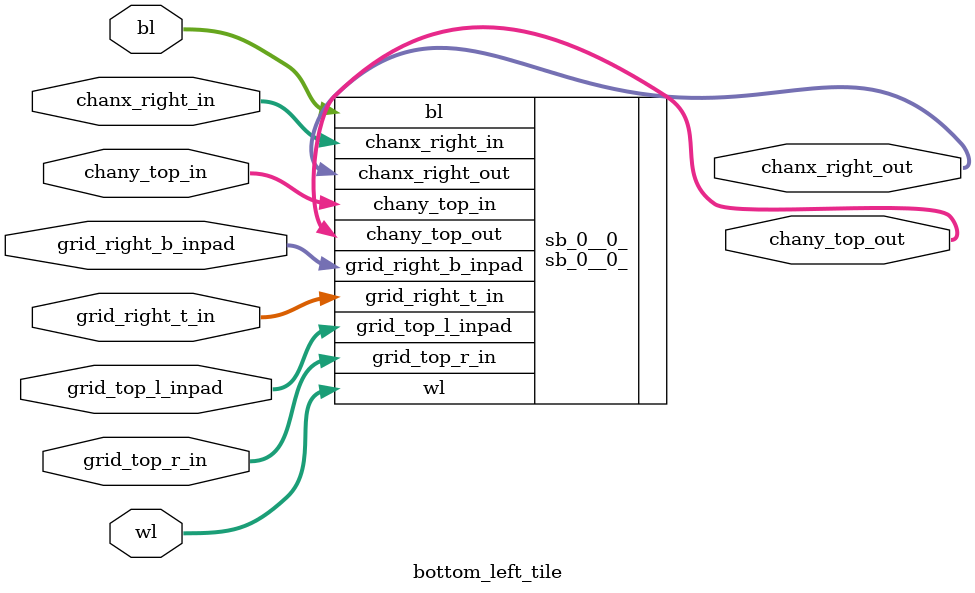
<source format=v>
module bottom_left_tile
(
    chany_top_in,
    chanx_right_in,
    chany_top_out,
    chanx_right_out,
    grid_top_r_in,
    grid_top_l_inpad,
    grid_right_t_in,
    grid_right_b_inpad,
    bl,
    wl
);

    input [19:0]chany_top_in;
    input [19:0]chanx_right_in;
    output [19:0]chany_top_out;
    output [19:0]chanx_right_out;
    input [0:1]grid_top_r_in;
    input [0:7]grid_top_l_inpad;
    input [0:1]grid_right_t_in;
    input [0:7]grid_right_b_inpad;
    input [0:79]bl;
    input [0:79]wl;

    wire [19:0]chany_top_in;
    wire [19:0]chanx_right_in;
    wire [19:0]chany_top_out;
    wire [19:0]chanx_right_out;
    wire [0:1]grid_top_r_in;
    wire [0:7]grid_top_l_inpad;
    wire [0:1]grid_right_t_in;
    wire [0:7]grid_right_b_inpad;
    wire [0:79]bl;
    wire [0:79]wl;

    sb_0__0_ sb_0__0_
    (
        .chany_top_in(chany_top_in),
        .chanx_right_in(chanx_right_in),
        .bl(bl),
        .wl(wl),
        .chany_top_out(chany_top_out),
        .chanx_right_out(chanx_right_out),
        .grid_top_r_in(grid_top_r_in),
        .grid_top_l_inpad(grid_top_l_inpad),
        .grid_right_t_in(grid_right_t_in),
        .grid_right_b_inpad(grid_right_b_inpad)
    );
endmodule


</source>
